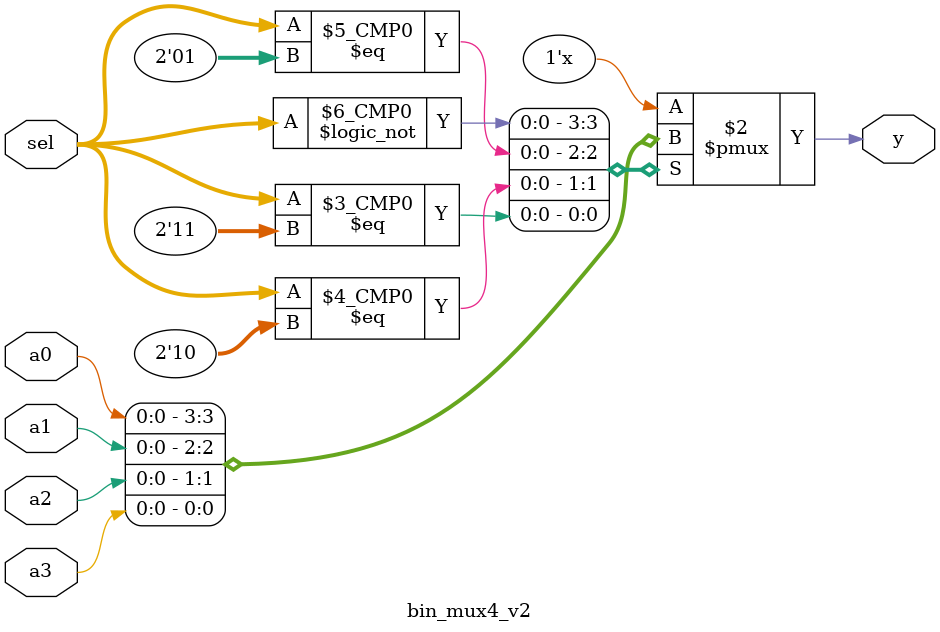
<source format=sv>
module bin_mux4_v2
#(
  parameter W = 1 // data width
)
(
  input logic [1 : 0] sel,
  input logic [W - 1 : 0] a0, a1, a2, a3,
  output logic [W - 1 : 0] y
);

  always_comb begin
    case (sel)
      2'b00 : y = a0;
      2'b01 : y = a1;
      2'b10 : y = a2;
      2'b11 : y = a3;
      default : y = '0;
    endcase
  end
endmodule

</source>
